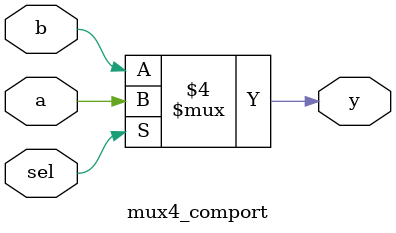
<source format=v>
/*
Program: CI Digital T2/2025
Class: Introdução à Verilog  
Class-ID: D122
Advisor: Felipe Rocha 
Advisor-Contact: felipef.rocha@inatel.br
Institute: INATEL - Santa Rita do Sapucaí / MG  
Development: André Bezerra 
Student-Contact: andrefrbezerra@gmail.com
Task-ID: A-101
Type: Laboratory
Data: octuber, 29 2025
*/

`timescale 1 ns / 1 ps;

// [ ] Realizar análise de testes integrados;

/* 
1 - RTL          	-> portas lógicas
2 - Estrutural   	-> instancias 
3 - Comportamental	-> always or initial
*/

// Atividade 3
//4 Comportamental

module mux4_comport (  
    input a, b, sel,
    output reg y
);
    always @(*) begin
    	
    	//y = (sel) ? a : b;
        if (sel == 1'b1)
            y <= a;
        else
            y <= b;
    end

endmodule

</source>
